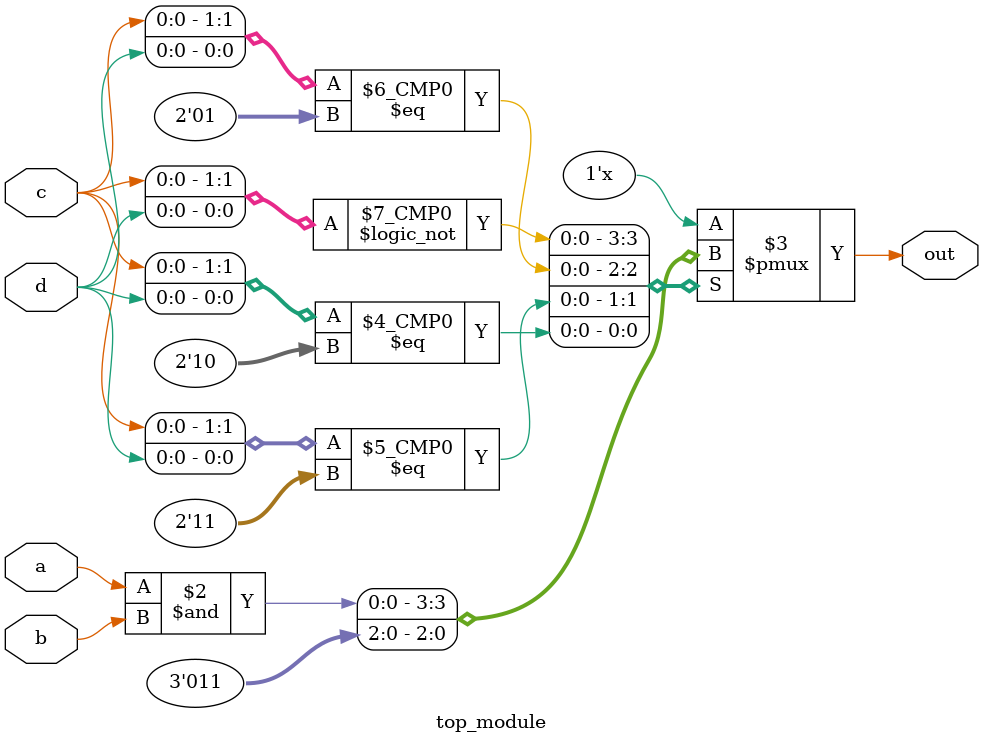
<source format=sv>
module top_module (
    input a, 
    input b,
    input c,
    input d,
    output reg out
);

always @(*) begin
    case ({c, d})
        2'b00: out = a & b;
        2'b01: out = 0;
        2'b11: out = 1;
        2'b10: out = 1;
    endcase
end

endmodule

</source>
